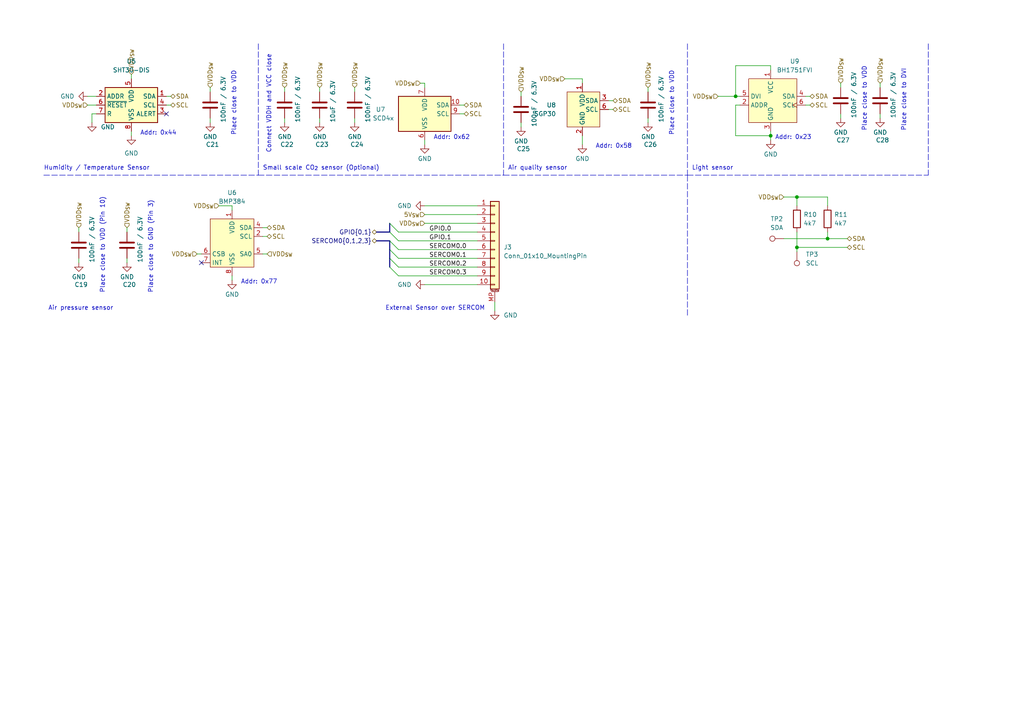
<source format=kicad_sch>
(kicad_sch (version 20210621) (generator eeschema)
  (paper "A4")
  (lib_symbols
    (symbol "Connector:TestPoint" (pin_numbers hide) (pin_names (offset 0.762) hide)
      (property "Reference" "TP" (at 0 6.858 0))
      (property "Value" "TestPoint" (at 0 5.08 0))
      (symbol "TestPoint_0_1"
        (circle (center 0 3.302) (radius 0.762))
      )
      (symbol "TestPoint_1_1"
        (pin passive line (at 0 0 90) (length 2.54) (name "1") (number "1"))
      )
    )
    (symbol "Connector_Generic_MountingPin:Conn_01x10_MountingPin" (pin_names (offset 1.016) hide)
      (property "Reference" "J" (at 0 12.7 0))
      (property "Value" "Conn_01x10_MountingPin" (at 1.27 -15.24 0))
      (symbol "Conn_01x10_MountingPin_1_1"
        (rectangle (start -1.27 -12.573) (end 0 -12.827) (stroke (width 0.1524)))
        (rectangle (start -1.27 -10.033) (end 0 -10.287) (stroke (width 0.1524)))
        (rectangle (start -1.27 -7.493) (end 0 -7.747) (stroke (width 0.1524)))
        (rectangle (start -1.27 -4.953) (end 0 -5.207) (stroke (width 0.1524)))
        (rectangle (start -1.27 -2.413) (end 0 -2.667) (stroke (width 0.1524)))
        (rectangle (start -1.27 0.127) (end 0 -0.127) (stroke (width 0.1524)))
        (rectangle (start -1.27 2.667) (end 0 2.413) (stroke (width 0.1524)))
        (rectangle (start -1.27 5.207) (end 0 4.953) (stroke (width 0.1524)))
        (rectangle (start -1.27 7.747) (end 0 7.493) (stroke (width 0.1524)))
        (rectangle (start -1.27 10.287) (end 0 10.033) (stroke (width 0.1524)))
        (rectangle (start -1.27 11.43) (end 1.27 -13.97) (stroke (width 0.254)) (fill (type background)))
        (polyline (pts (xy -1.016 -14.732) (xy 1.016 -14.732)) (stroke (width 0.1524)))
        (text "Mounting" (at 0 -14.351 0) (effects (font (size 0.381 0.381))))
        (pin passive line (at -5.08 10.16 0) (length 3.81) (name "Pin_1") (number "1"))
        (pin passive line (at -5.08 -12.7 0) (length 3.81) (name "Pin_10") (number "10"))
        (pin passive line (at -5.08 7.62 0) (length 3.81) (name "Pin_2") (number "2"))
        (pin passive line (at -5.08 5.08 0) (length 3.81) (name "Pin_3") (number "3"))
        (pin passive line (at -5.08 2.54 0) (length 3.81) (name "Pin_4") (number "4"))
        (pin passive line (at -5.08 0 0) (length 3.81) (name "Pin_5") (number "5"))
        (pin passive line (at -5.08 -2.54 0) (length 3.81) (name "Pin_6") (number "6"))
        (pin passive line (at -5.08 -5.08 0) (length 3.81) (name "Pin_7") (number "7"))
        (pin passive line (at -5.08 -7.62 0) (length 3.81) (name "Pin_8") (number "8"))
        (pin passive line (at -5.08 -10.16 0) (length 3.81) (name "Pin_9") (number "9"))
        (pin passive line (at 0 -17.78 90) (length 3.048) (name "MountPin") (number "MP"))
      )
    )
    (symbol "Device:C" (pin_numbers hide) (pin_names (offset 0.254))
      (property "Reference" "C" (at 0.635 2.54 0))
      (property "Value" "C" (at 0.635 -2.54 0))
      (symbol "C_0_1"
        (polyline (pts (xy -2.032 -0.762) (xy 2.032 -0.762)) (stroke (width 0.508)))
        (polyline (pts (xy -2.032 0.762) (xy 2.032 0.762)) (stroke (width 0.508)))
      )
      (symbol "C_1_1"
        (pin passive line (at 0 3.81 270) (length 2.794) (name "~") (number "1"))
        (pin passive line (at 0 -3.81 90) (length 2.794) (name "~") (number "2"))
      )
    )
    (symbol "Device:R" (pin_numbers hide) (pin_names (offset 0))
      (property "Reference" "R" (at 2.032 0 90))
      (property "Value" "R" (at 0 0 90))
      (symbol "R_0_1"
        (rectangle (start -1.016 -2.54) (end 1.016 2.54) (stroke (width 0.254)))
      )
      (symbol "R_1_1"
        (pin passive line (at 0 3.81 270) (length 1.27) (name "~") (number "1"))
        (pin passive line (at 0 -3.81 90) (length 1.27) (name "~") (number "2"))
      )
    )
    (symbol "Sensor_Humidity:SHT30-DIS"
      (property "Reference" "U" (at -6.35 6.35 0))
      (property "Value" "SHT30-DIS" (at 6.35 6.35 0))
      (symbol "SHT30-DIS_0_1"
        (rectangle (start -7.62 5.08) (end 7.62 -5.08) (stroke (width 0.254)) (fill (type background)))
      )
      (symbol "SHT30-DIS_1_1"
        (pin bidirectional line (at 10.16 2.54 180) (length 2.54) (name "SDA") (number "1"))
        (pin input line (at -10.16 2.54 0) (length 2.54) (name "ADDR") (number "2"))
        (pin output line (at 10.16 -2.54 180) (length 2.54) (name "ALERT") (number "3"))
        (pin input line (at 10.16 0 180) (length 2.54) (name "SCL") (number "4"))
        (pin power_in line (at 0 7.62 270) (length 2.54) (name "VDD") (number "5"))
        (pin input line (at -10.16 0 0) (length 2.54) (name "~{RESET}") (number "6"))
        (pin passive line (at -10.16 -2.54 0) (length 2.54) (name "R") (number "7"))
        (pin power_in line (at 0 -7.62 90) (length 2.54) (name "VSS") (number "8"))
        (pin passive line (at 0 -7.62 90) (length 2.54) hide (name "VSS") (number "9"))
      )
    )
    (symbol "ownLib:BH1751FVI"
      (property "Reference" "U" (at 0 7.62 0))
      (property "Value" "BH1751FVI" (at 0 10.16 0))
      (symbol "BH1751FVI_0_0"
        (pin power_in line (at 0 8.89 270) (length 2.54) (name "VCC") (number "1"))
        (pin passive line (at -8.89 -1.27 0) (length 2.54) (name "ADDR") (number "2"))
        (pin power_in line (at 0 -8.89 90) (length 2.54) (name "GND") (number "3"))
        (pin bidirectional line (at 10.16 1.27 180) (length 2.54) (name "SDA") (number "4"))
        (pin passive line (at -8.89 1.27 0) (length 2.54) (name "DVI") (number "5"))
        (pin input clock (at 10.16 -1.27 180) (length 2.54) (name "SCL") (number "6"))
      )
      (symbol "BH1751FVI_0_1"
        (rectangle (start -6.35 6.35) (end 7.62 -6.35) (stroke (width 0.1524)) (fill (type background)))
      )
    )
    (symbol "ownLib:BMP384"
      (property "Reference" "U" (at -5.08 8.89 0))
      (property "Value" "BMP384" (at -5.08 -8.89 0))
      (symbol "BMP384_0_1"
        (rectangle (start -6.35 7.62) (end 6.35 -6.35) (stroke (width 0.1524)) (fill (type background)))
      )
      (symbol "BMP384_1_1"
        (pin power_in line (at 0 10.16 270) (length 2.54) (name "VDD") (number "1"))
        (pin passive line (at 0 10.16 270) (length 2.54) hide (name "VDD") (number "10"))
        (pin bidirectional line (at 8.89 2.54 180) (length 2.54) (name "SCL") (number "2"))
        (pin power_in line (at 0 -8.89 90) (length 2.54) hide (name "VSS") (number "3"))
        (pin bidirectional line (at 8.89 5.08 180) (length 2.54) (name "SDA") (number "4"))
        (pin input line (at 8.89 -2.54 180) (length 2.54) (name "SA0") (number "5"))
        (pin passive line (at -8.89 -2.54 0) (length 2.54) (name "CSB") (number "6"))
        (pin bidirectional line (at -8.89 -5.08 0) (length 2.54) (name "INT") (number "7"))
        (pin passive line (at 0 -8.89 90) (length 2.54) (name "VSS") (number "8"))
        (pin passive line (at 0 -8.89 90) (length 2.54) hide (name "VSS") (number "9"))
      )
    )
    (symbol "ownLib:SCD4x"
      (property "Reference" "U" (at -6.35 6.35 0))
      (property "Value" "SCD4x" (at 6.35 6.35 0))
      (symbol "SCD4x_0_1"
        (rectangle (start -7.62 5.08) (end 7.62 -5.08) (stroke (width 0.254)) (fill (type background)))
      )
      (symbol "SCD4x_1_1"
        (pin bidirectional line (at 10.16 2.54 180) (length 2.54) (name "SDA") (number "10"))
        (pin passive line (at 0 7.62 270) (length 2.54) hide (name "VDD") (number "19"))
        (pin passive line (at 0 -7.62 90) (length 2.54) hide (name "VSS") (number "20"))
        (pin passive line (at 0 -7.62 90) (length 2.54) hide (name "VSS") (number "21"))
        (pin power_in line (at 0 -7.62 90) (length 2.54) (name "VSS") (number "6"))
        (pin power_in line (at 0 7.62 270) (length 2.54) (name "VDD") (number "7"))
        (pin input line (at 10.16 0 180) (length 2.54) (name "SCL") (number "9"))
      )
    )
    (symbol "ownLib:SGP30"
      (property "Reference" "U" (at 0 7.62 0))
      (property "Value" "SGP30" (at 0 5.08 0))
      (symbol "SGP30_0_0"
        (pin power_in line (at 0 6.35 270) (length 2.54) (name "VDD") (number "1"))
        (pin power_in line (at 0 -8.89 90) (length 2.54) (name "GND") (number "2"))
        (pin bidirectional line (at 7.62 1.27 180) (length 2.54) (name "SDA") (number "3"))
        (pin passive line (at 0 -8.89 90) (length 2.54) hide (name "R") (number "4"))
        (pin passive line (at 0 6.35 270) (length 2.54) hide (name "VDDH") (number "5"))
        (pin bidirectional line (at 7.62 -1.27 180) (length 2.54) (name "SCL") (number "6"))
        (pin passive line (at 0 -8.89 90) (length 2.54) hide (name "EP") (number "7"))
      )
      (symbol "SGP30_0_1"
        (rectangle (start -4.445 3.81) (end 5.08 -6.35) (stroke (width 0.1524)) (fill (type background)))
      )
    )
    (symbol "power:GND" (power) (pin_names (offset 0))
      (property "Value" "GND" (at 0 -3.81 0))
      (symbol "GND_0_1"
        (polyline (pts (xy 0 0) (xy 0 -1.27) (xy 1.27 -1.27) (xy 0 -2.54) (xy -1.27 -1.27) (xy 0 -1.27)))
      )
      (symbol "GND_1_1"
        (pin power_in line (at 0 0 270) (length 0) hide (name "GND") (number "1"))
      )
    )
  )
  (junction (at 231.14 57.15))
  (junction (at 231.14 71.755))
  (junction (at 223.52 39.37))
  (junction (at 213.36 27.94))
  (junction (at 240.03 69.215))
  (no_connect (at 58.42 76.2))
  (no_connect (at 48.26 33.02))
  (bus_entry (at 113.03 67.31) (size 2.54 2.54))
  (bus_entry (at 113.03 64.77) (size 2.54 2.54))
  (bus_entry (at 113.03 69.85) (size 2.54 2.54))
  (bus_entry (at 113.03 77.47) (size 2.54 2.54))
  (bus_entry (at 113.03 72.39) (size 2.54 2.54))
  (bus_entry (at 113.03 74.93) (size 2.54 2.54))
  (polyline (pts (xy 74.93 12.7) (xy 74.93 50.8)) (stroke (width 0) (type dash)))
  (polyline (pts (xy 12.7 50.8) (xy 74.93 50.8)) (stroke (width 0) (type dash)))
  (wire (pts (xy 67.31 81.28) (xy 67.31 80.01)))
  (wire (pts (xy 231.14 67.31) (xy 231.14 71.755)))
  (wire (pts (xy 231.14 57.15) (xy 231.14 59.69)))
  (wire (pts (xy 227.33 57.15) (xy 231.14 57.15)))
  (wire (pts (xy 151.13 26.67) (xy 151.13 27.94)))
  (wire (pts (xy 38.1 38.1) (xy 38.1 39.37)))
  (wire (pts (xy 92.71 34.29) (xy 92.71 35.56)))
  (wire (pts (xy 48.26 30.48) (xy 49.53 30.48)))
  (wire (pts (xy 76.2 66.04) (xy 77.47 66.04)))
  (wire (pts (xy 243.84 33.02) (xy 243.84 34.29)))
  (wire (pts (xy 143.51 87.63) (xy 143.51 90.17)))
  (wire (pts (xy 163.83 22.86) (xy 168.91 22.86)))
  (wire (pts (xy 231.14 71.755) (xy 231.14 73.025)))
  (wire (pts (xy 57.15 73.66) (xy 58.42 73.66)))
  (wire (pts (xy 213.36 30.48) (xy 213.36 39.37)))
  (wire (pts (xy 213.36 39.37) (xy 223.52 39.37)))
  (wire (pts (xy 255.27 24.13) (xy 255.27 25.4)))
  (wire (pts (xy 208.28 27.94) (xy 213.36 27.94)))
  (wire (pts (xy 213.36 27.94) (xy 214.63 27.94)))
  (wire (pts (xy 133.35 30.48) (xy 134.62 30.48)))
  (wire (pts (xy 82.55 34.29) (xy 82.55 35.56)))
  (wire (pts (xy 168.91 39.37) (xy 168.91 41.91)))
  (wire (pts (xy 240.03 57.15) (xy 231.14 57.15)))
  (wire (pts (xy 240.03 59.69) (xy 240.03 57.15)))
  (wire (pts (xy 60.96 34.29) (xy 60.96 35.56)))
  (wire (pts (xy 26.67 33.02) (xy 26.67 35.56)))
  (wire (pts (xy 25.4 27.94) (xy 27.94 27.94)))
  (polyline (pts (xy 74.93 50.8) (xy 146.05 50.8)))
  (wire (pts (xy 187.96 25.4) (xy 187.96 26.67)))
  (wire (pts (xy 115.57 67.31) (xy 138.43 67.31)))
  (wire (pts (xy 76.2 73.66) (xy 77.47 73.66)))
  (wire (pts (xy 123.19 82.55) (xy 138.43 82.55)))
  (wire (pts (xy 168.91 22.86) (xy 168.91 24.13)))
  (wire (pts (xy 223.52 39.37) (xy 223.52 40.64)))
  (wire (pts (xy 223.52 38.1) (xy 223.52 39.37)))
  (bus (pts (xy 113.03 69.85) (xy 113.03 72.39)))
  (bus (pts (xy 113.03 74.93) (xy 113.03 77.47)))
  (bus (pts (xy 113.03 72.39) (xy 113.03 74.93)))
  (wire (pts (xy 115.57 80.01) (xy 138.43 80.01)))
  (wire (pts (xy 60.96 25.4) (xy 60.96 26.67)))
  (wire (pts (xy 123.19 59.69) (xy 138.43 59.69)))
  (wire (pts (xy 63.5 59.69) (xy 67.31 59.69)))
  (wire (pts (xy 67.31 59.69) (xy 67.31 60.96)))
  (wire (pts (xy 123.19 40.64) (xy 123.19 41.91)))
  (wire (pts (xy 22.86 74.93) (xy 22.86 76.2)))
  (wire (pts (xy 133.35 33.02) (xy 134.62 33.02)))
  (wire (pts (xy 115.57 77.47) (xy 138.43 77.47)))
  (wire (pts (xy 36.83 74.93) (xy 36.83 76.2)))
  (wire (pts (xy 151.13 35.56) (xy 151.13 36.83)))
  (wire (pts (xy 22.86 66.04) (xy 22.86 67.31)))
  (wire (pts (xy 115.57 69.85) (xy 138.43 69.85)))
  (wire (pts (xy 243.84 24.13) (xy 243.84 25.4)))
  (polyline (pts (xy 146.05 12.7) (xy 146.05 50.8)) (stroke (width 0) (type dash)))
  (wire (pts (xy 255.27 33.02) (xy 255.27 34.29)))
  (wire (pts (xy 25.4 30.48) (xy 27.94 30.48)))
  (wire (pts (xy 102.87 34.29) (xy 102.87 35.56)))
  (wire (pts (xy 26.67 33.02) (xy 27.94 33.02)))
  (wire (pts (xy 36.83 66.04) (xy 36.83 67.31)))
  (wire (pts (xy 213.36 27.94) (xy 213.36 19.05)))
  (wire (pts (xy 213.36 19.05) (xy 223.52 19.05)))
  (wire (pts (xy 223.52 19.05) (xy 223.52 20.32)))
  (wire (pts (xy 123.19 24.13) (xy 123.19 25.4)))
  (wire (pts (xy 121.92 24.13) (xy 123.19 24.13)))
  (wire (pts (xy 233.68 27.94) (xy 234.95 27.94)))
  (polyline (pts (xy 199.39 12.7) (xy 199.39 50.8)) (stroke (width 0) (type dash)))
  (polyline (pts (xy 146.05 50.8) (xy 199.39 50.8)) (stroke (width 0) (type dash)))
  (wire (pts (xy 227.33 69.215) (xy 240.03 69.215)))
  (wire (pts (xy 231.14 71.755) (xy 245.745 71.755)))
  (wire (pts (xy 48.26 27.94) (xy 49.53 27.94)))
  (polyline (pts (xy 199.39 91.44) (xy 199.39 50.8)) (stroke (width 0) (type dash)))
  (wire (pts (xy 214.63 30.48) (xy 213.36 30.48)))
  (wire (pts (xy 233.68 30.48) (xy 234.95 30.48)))
  (wire (pts (xy 187.96 34.29) (xy 187.96 35.56)))
  (wire (pts (xy 115.57 74.93) (xy 138.43 74.93)))
  (bus (pts (xy 109.22 69.85) (xy 113.03 69.85)))
  (bus (pts (xy 113.03 64.77) (xy 113.03 67.31)))
  (bus (pts (xy 109.22 67.31) (xy 113.03 67.31)))
  (wire (pts (xy 92.71 25.4) (xy 92.71 26.67)))
  (wire (pts (xy 123.19 62.23) (xy 138.43 62.23)))
  (polyline (pts (xy 199.39 50.8) (xy 269.24 50.8)) (stroke (width 0) (type dash)))
  (polyline (pts (xy 269.24 12.7) (xy 269.24 50.8)) (stroke (width 0) (type dash)))
  (wire (pts (xy 38.1 21.59) (xy 38.1 22.86)))
  (wire (pts (xy 123.19 64.77) (xy 138.43 64.77)))
  (wire (pts (xy 76.2 68.58) (xy 77.47 68.58)))
  (wire (pts (xy 102.87 25.4) (xy 102.87 26.67)))
  (wire (pts (xy 115.57 72.39) (xy 138.43 72.39)))
  (wire (pts (xy 176.53 31.75) (xy 177.8 31.75)))
  (wire (pts (xy 82.55 25.4) (xy 82.55 26.67)))
  (wire (pts (xy 245.745 69.215) (xy 240.03 69.215)))
  (wire (pts (xy 240.03 69.215) (xy 240.03 67.31)))
  (wire (pts (xy 176.53 29.21) (xy 177.8 29.21)))
  (text "Connect VDDH and VCC close" (at 78.74 44.45 90) (effects (font (size 1.27 1.27)) (justify left bottom)))
  (text "Addr: 0x23\n" (at 224.79 40.64 0) (effects (font (size 1.27 1.27)) (justify left bottom)))
  (text "Addr: 0x77" (at 69.85 82.55 0) (effects (font (size 1.27 1.27)) (justify left bottom)))
  (text "Place close to GND (Pin 3)" (at 44.45 85.09 90) (effects (font (size 1.27 1.27)) (justify left bottom)))
  (text "Place close to VDD (Pin 10)" (at 30.48 85.09 90) (effects (font (size 1.27 1.27)) (justify left bottom)))
  (text "External Sensor over SERCOM" (at 111.76 90.17 0) (effects (font (size 1.27 1.27)) (justify left bottom)))
  (text "Place close to VDD" (at 251.46 38.1 90) (effects (font (size 1.27 1.27)) (justify left bottom)))
  (text "Place close to VDD" (at 68.58 39.37 90) (effects (font (size 1.27 1.27)) (justify left bottom)))
  (text "Addr: 0x44" (at 40.64 39.37 0) (effects (font (size 1.27 1.27)) (justify left bottom)))
  (text "Air pressure sensor" (at 13.97 90.17 0) (effects (font (size 1.27 1.27)) (justify left bottom)))
  (text "Place close to VDD" (at 195.58 39.37 90) (effects (font (size 1.27 1.27)) (justify left bottom)))
  (text "Air quality sensor" (at 147.32 49.53 0) (effects (font (size 1.27 1.27)) (justify left bottom)))
  (text "Place close to DVI" (at 262.89 38.1 90) (effects (font (size 1.27 1.27)) (justify left bottom)))
  (text "Addr: 0x58" (at 172.72 43.18 0) (effects (font (size 1.27 1.27)) (justify left bottom)))
  (text "Small scale CO_{2} sensor (Optional)" (at 76.2 49.53 0) (effects (font (size 1.27 1.27)) (justify left bottom)))
  (text "Light sensor" (at 200.66 49.53 0) (effects (font (size 1.27 1.27)) (justify left bottom)))
  (text "Humidity / Temperature Sensor\n" (at 12.7 49.53 0) (effects (font (size 1.27 1.27)) (justify left bottom)))
  (text "Addr: 0x62" (at 125.73 40.64 0) (effects (font (size 1.27 1.27)) (justify left bottom)))
  (label "SERCOM0.2" (at 124.46 77.47 0))
  (label "SERCOM0.1" (at 124.46 74.93 0))
  (label "SERCOM0.3" (at 124.46 80.01 0))
  (label "GPIO.1" (at 124.46 69.85 0))
  (label "GPIO.0" (at 124.46 67.31 0))
  (label "SERCOM0.0" (at 124.46 72.39 0))
  (hierarchical_label "VDD_{SW}" (shape input) (at 243.84 24.13 90))
  (hierarchical_label "VDD_{SW}" (shape input) (at 25.4 30.48 180))
  (hierarchical_label "VDD_{SW}" (shape input) (at 60.96 25.4 90))
  (hierarchical_label "SERCOM0{0,1,2,3}" (shape bidirectional) (at 109.22 69.85 180))
  (hierarchical_label "VDD_{SW}" (shape input) (at 255.27 24.13 90))
  (hierarchical_label "VDD_{SW}" (shape input) (at 36.83 66.04 90))
  (hierarchical_label "VDD_{SW}" (shape input) (at 102.87 25.4 90))
  (hierarchical_label "SDA" (shape bidirectional) (at 177.8 29.21 0))
  (hierarchical_label "VDD_{SW}" (shape input) (at 82.55 25.4 90))
  (hierarchical_label "VDD_{SW}" (shape input) (at 92.71 25.4 90))
  (hierarchical_label "SCL" (shape bidirectional) (at 234.95 30.48 0))
  (hierarchical_label "VDD_{SW}" (shape input) (at 187.96 25.4 90))
  (hierarchical_label "5V_{SW}" (shape input) (at 123.19 62.23 180))
  (hierarchical_label "VDD_{SW}" (shape input) (at 57.15 73.66 180))
  (hierarchical_label "VDD_{SW}" (shape input) (at 77.47 73.66 0))
  (hierarchical_label "SDA" (shape bidirectional) (at 134.62 30.48 0))
  (hierarchical_label "VDD_{SW}" (shape input) (at 63.5 59.69 180))
  (hierarchical_label "SCL" (shape bidirectional) (at 77.47 68.58 0))
  (hierarchical_label "VDD_{SW}" (shape input) (at 227.33 57.15 180))
  (hierarchical_label "SCL" (shape bidirectional) (at 134.62 33.02 0))
  (hierarchical_label "VDD_{SW}" (shape input) (at 38.1 21.59 90))
  (hierarchical_label "VDD_{SW}" (shape input) (at 151.13 26.67 90))
  (hierarchical_label "VDD_{SW}" (shape input) (at 22.86 66.04 90))
  (hierarchical_label "SDA" (shape bidirectional) (at 234.95 27.94 0))
  (hierarchical_label "SCL" (shape bidirectional) (at 49.53 30.48 0))
  (hierarchical_label "SDA" (shape bidirectional) (at 49.53 27.94 0))
  (hierarchical_label "VDD_{SW}" (shape input) (at 163.83 22.86 180))
  (hierarchical_label "SCL" (shape bidirectional) (at 177.8 31.75 0))
  (hierarchical_label "SDA" (shape bidirectional) (at 77.47 66.04 0))
  (hierarchical_label "VDD_{SW}" (shape input) (at 208.28 27.94 180))
  (hierarchical_label "VDD_{SW}" (shape input) (at 123.19 64.77 180))
  (hierarchical_label "SCL" (shape bidirectional) (at 245.745 71.755 0))
  (hierarchical_label "GPIO{0,1}" (shape bidirectional) (at 109.22 67.31 180))
  (hierarchical_label "SDA" (shape bidirectional) (at 245.745 69.215 0))
  (hierarchical_label "VDD_{SW}" (shape input) (at 121.92 24.13 180))
  (symbol (lib_id "ownLib:SGP30") (at 168.91 30.48 0) (unit 1)
    (property "Reference" "U8" (at 161.29 30.4799 0) (effects (justify right)))
    (property "Value" "SGP30" (at 161.29 33.0199 0) (effects (justify right)))
    (property "Footprint" "ownLib:DFN-6-P0.8mm_EP1.25x1.7mm" (effects hide))
    (property "MOUSER_NO" "403-SGP30-2.5K" (effects hide))
  )
  (symbol (lib_id "power:GND") (at 243.84 34.29 0) (unit 1)
    (property "Reference" "#PWR048" (effects hide))
    (property "Value" "GND" (at 241.8095 38.4037 0) (effects (justify left)))
  )
  (symbol (lib_id "ownLib:SCD4x") (at 123.19 33.02 0) (unit 1)
    (property "Reference" "U7" (at 111.76 31.7499 0) (effects (justify right)))
    (property "Value" "SCD4x" (at 114.3 34.2899 0) (effects (justify right)))
    (property "Footprint" "ownLib:SCD4x" (effects hide))
    (property "Datasheet" "https://www.sensirion.com/fileadmin/user_upload/customers/sensirion/Dokumente/9.5_CO2/Sensirion_CO2_Sensors_SCD4x_Datasheet.pdf" (effects hide))
    (property "MOUSER_NO" "DO NOT ORDER" (effects hide))
  )
  (symbol (lib_id "power:GND") (at 123.19 59.69 270) (unit 1)
    (property "Reference" "#PWR041" (effects hide))
    (property "Value" "GND" (at 119.38 59.6899 90) (effects (justify right)))
  )
  (symbol (lib_id "Sensor_Humidity:SHT30-DIS") (at 38.1 30.48 0) (unit 1)
    (property "Reference" "U5" (at 38.1 17.78 0))
    (property "Value" "SHT30-DIS" (at 38.1 20.32 0))
    (property "Footprint" "Sensor_Humidity:Sensirion_DFN-8-1EP_2.5x2.5mm_P0.5mm_EP1.1x1.7mm" (effects hide))
    (property "Datasheet" "https://www.sensirion.com/fileadmin/user_upload/customers/sensirion/Dokumente/2_Humidity_Sensors/Datasheets/Sensirion_Humidity_Sensors_SHT3x_Datasheet_digital.pdf" (effects hide))
    (property "MOUSER_NO" "403-SHT30-DIS-F" (effects hide))
  )
  (symbol (lib_id "Device:C") (at 187.96 30.48 0) (unit 1)
    (property "Reference" "C26" (at 186.69 41.9099 0) (effects (justify left)))
    (property "Value" "100nF / 6.3V" (at 191.77 35.5599 90) (effects (justify left)))
    (property "Footprint" "Capacitor_SMD:C_0402_1005Metric" (effects hide))
    (property "MOUSER_NO" "81-GCJ188R71H104KA2D" (effects hide))
  )
  (symbol (lib_id "power:GND") (at 102.87 35.56 0) (unit 1)
    (property "Reference" "#PWR039" (effects hide))
    (property "Value" "GND" (at 100.8395 39.6737 0) (effects (justify left)))
  )
  (symbol (lib_id "Device:C") (at 60.96 30.48 0) (unit 1)
    (property "Reference" "C21" (at 59.69 41.9099 0) (effects (justify left)))
    (property "Value" "100nF / 6.3V" (at 64.77 35.5599 90) (effects (justify left)))
    (property "Footprint" "Capacitor_SMD:C_0402_1005Metric" (effects hide))
    (property "MOUSER_NO" "81-GCJ188R71H104KA2D" (effects hide))
  )
  (symbol (lib_id "Connector_Generic_MountingPin:Conn_01x10_MountingPin") (at 143.51 69.85 0) (unit 1)
    (property "Reference" "J3" (at 146.05 71.6914 0) (effects (justify left)))
    (property "Value" "Conn_01x10_MountingPin" (at 146.05 74.2314 0) (effects (justify left)))
    (property "Footprint" "Connector_Molex:Molex_PicoBlade_53261-1071_1x10-1MP_P1.25mm_Horizontal" (effects hide))
    (property "MOUSER_NO" "538-53261-1071" (effects hide))
  )
  (symbol (lib_id "power:GND") (at 25.4 27.94 270) (unit 1)
    (property "Reference" "#PWR031" (effects hide))
    (property "Value" "GND" (at 21.59 27.9399 90) (effects (justify right)))
  )
  (symbol (lib_id "Device:R") (at 231.14 63.5 0) (unit 1)
    (property "Reference" "R10" (at 233.045 62.2299 0) (effects (justify left)))
    (property "Value" "4k7" (at 233.045 64.7699 0) (effects (justify left)))
    (property "Footprint" "Resistor_SMD:R_0402_1005Metric" (effects hide))
    (property "MOUSER_NO" "DO NOT ORDER" (effects hide))
  )
  (symbol (lib_id "power:GND") (at 187.96 35.56 0) (unit 1)
    (property "Reference" "#PWR046" (effects hide))
    (property "Value" "GND" (at 185.9295 39.6737 0) (effects (justify left)))
  )
  (symbol (lib_id "power:GND") (at 36.83 76.2 0) (unit 1)
    (property "Reference" "#PWR033" (effects hide))
    (property "Value" "GND" (at 34.7995 80.3137 0) (effects (justify left)))
  )
  (symbol (lib_id "power:GND") (at 151.13 36.83 0) (unit 1)
    (property "Reference" "#PWR044" (effects hide))
    (property "Value" "GND" (at 149.0995 40.9437 0) (effects (justify left)))
  )
  (symbol (lib_id "Device:C") (at 151.13 31.75 0) (unit 1)
    (property "Reference" "C25" (at 149.86 43.1799 0) (effects (justify left)))
    (property "Value" "100nF / 6.3V" (at 154.94 36.8299 90) (effects (justify left)))
    (property "Footprint" "Capacitor_SMD:C_0402_1005Metric" (effects hide))
    (property "MOUSER_NO" "81-GCJ188R71H104KA2D" (effects hide))
  )
  (symbol (lib_id "Connector:TestPoint") (at 231.14 73.025 180) (unit 1)
    (property "Reference" "TP3" (at 233.68 73.7868 0) (effects (justify right)))
    (property "Value" "SCL" (at 233.68 76.3268 0) (effects (justify right)))
    (property "Footprint" "TestPoint:TestPoint_Pad_D1.0mm" (effects hide))
    (property "MOUSER_NO" "DO NOT ORDER" (effects hide))
  )
  (symbol (lib_id "Device:R") (at 240.03 63.5 0) (unit 1)
    (property "Reference" "R11" (at 241.935 62.2299 0) (effects (justify left)))
    (property "Value" "4k7" (at 241.935 64.7699 0) (effects (justify left)))
    (property "Footprint" "Resistor_SMD:R_0402_1005Metric" (effects hide))
    (property "MOUSER_NO" "DO NOT ORDER" (effects hide))
  )
  (symbol (lib_id "Device:C") (at 255.27 29.21 0) (unit 1)
    (property "Reference" "C28" (at 254 40.6399 0) (effects (justify left)))
    (property "Value" "100nF / 6.3V" (at 259.08 34.2899 90) (effects (justify left)))
    (property "Footprint" "Capacitor_SMD:C_0402_1005Metric" (effects hide))
    (property "MOUSER_NO" "81-GCJ188R71H104KA2D" (effects hide))
  )
  (symbol (lib_id "power:GND") (at 168.91 41.91 0) (unit 1)
    (property "Reference" "#PWR045" (effects hide))
    (property "Value" "GND" (at 166.8795 46.0237 0) (effects (justify left)))
  )
  (symbol (lib_id "power:GND") (at 123.19 41.91 0) (unit 1)
    (property "Reference" "#PWR040" (effects hide))
    (property "Value" "GND" (at 121.1595 46.0237 0) (effects (justify left)))
  )
  (symbol (lib_id "Device:C") (at 36.83 71.12 0) (unit 1)
    (property "Reference" "C20" (at 35.56 82.5499 0) (effects (justify left)))
    (property "Value" "100nF / 6.3V" (at 40.64 76.1999 90) (effects (justify left)))
    (property "Footprint" "Capacitor_SMD:C_0402_1005Metric" (effects hide))
    (property "MOUSER_NO" "81-GCJ188R71H104KA2D" (effects hide))
  )
  (symbol (lib_id "power:GND") (at 60.96 35.56 0) (unit 1)
    (property "Reference" "#PWR035" (effects hide))
    (property "Value" "GND" (at 58.9295 39.6737 0) (effects (justify left)))
  )
  (symbol (lib_id "power:GND") (at 123.19 82.55 270) (unit 1)
    (property "Reference" "#PWR042" (effects hide))
    (property "Value" "GND" (at 119.38 82.5499 90) (effects (justify right)))
  )
  (symbol (lib_id "ownLib:BH1751FVI") (at 223.52 29.21 0) (unit 1)
    (property "Reference" "U9" (at 230.505 17.78 0))
    (property "Value" "BH1751FVI" (at 230.505 20.32 0))
    (property "Footprint" "ownLib:WSOF6" (effects hide))
    (property "Datasheet" "https://co.mouser.com/datasheet/2/348/ROHMS34827_1-2561481.pdf" (effects hide))
    (property "MOUSER_NO" "755-BH1751FVI-TR" (effects hide))
  )
  (symbol (lib_id "Device:C") (at 22.86 71.12 0) (unit 1)
    (property "Reference" "C19" (at 21.59 82.5499 0) (effects (justify left)))
    (property "Value" "100nF / 6.3V" (at 26.67 76.1999 90) (effects (justify left)))
    (property "Footprint" "Capacitor_SMD:C_0402_1005Metric" (effects hide))
    (property "MOUSER_NO" "81-GCJ188R71H104KA2D" (effects hide))
  )
  (symbol (lib_id "power:GND") (at 143.51 90.17 0) (unit 1)
    (property "Reference" "#PWR043" (effects hide))
    (property "Value" "GND" (at 146.05 91.4398 0) (effects (justify left)))
  )
  (symbol (lib_id "Device:C") (at 243.84 29.21 0) (unit 1)
    (property "Reference" "C27" (at 242.57 40.6399 0) (effects (justify left)))
    (property "Value" "100nF / 6.3V" (at 247.65 34.2899 90) (effects (justify left)))
    (property "Footprint" "Capacitor_SMD:C_0402_1005Metric" (effects hide))
    (property "MOUSER_NO" "81-GCJ188R71H104KA2D" (effects hide))
  )
  (symbol (lib_id "Connector:TestPoint") (at 227.33 69.215 90) (unit 1)
    (property "Reference" "TP2" (at 225.298 63.5 90))
    (property "Value" "SDA" (at 225.298 66.04 90))
    (property "Footprint" "TestPoint:TestPoint_Pad_D1.0mm" (effects hide))
    (property "MOUSER_NO" "DO NOT ORDER" (effects hide))
  )
  (symbol (lib_id "power:GND") (at 82.55 35.56 0) (unit 1)
    (property "Reference" "#PWR037" (effects hide))
    (property "Value" "GND" (at 80.5195 39.6737 0) (effects (justify left)))
  )
  (symbol (lib_id "power:GND") (at 38.1 39.37 0) (unit 1)
    (property "Reference" "#PWR034" (effects hide))
    (property "Value" "GND" (at 38.1 44.45 0))
  )
  (symbol (lib_id "Device:C") (at 82.55 30.48 0) (unit 1)
    (property "Reference" "C22" (at 81.28 41.9099 0) (effects (justify left)))
    (property "Value" "100nF / 6.3V" (at 86.36 35.5599 90) (effects (justify left)))
    (property "Footprint" "Capacitor_SMD:C_0402_1005Metric" (effects hide))
    (property "MOUSER_NO" "81-GCJ188R71H104KA2D" (effects hide))
  )
  (symbol (lib_id "Device:C") (at 92.71 30.48 0) (unit 1)
    (property "Reference" "C23" (at 91.44 41.9099 0) (effects (justify left)))
    (property "Value" "10uF / 6.3V" (at 96.52 35.5599 90) (effects (justify left)))
    (property "Footprint" "Capacitor_SMD:C_0603_1608Metric" (effects hide))
    (property "MOUSER_NO" "81-GRM188R60J106ME4D" (effects hide))
  )
  (symbol (lib_id "power:GND") (at 223.52 40.64 0) (unit 1)
    (property "Reference" "#PWR047" (effects hide))
    (property "Value" "GND" (at 221.4895 44.7537 0) (effects (justify left)))
  )
  (symbol (lib_id "power:GND") (at 26.67 35.56 0) (unit 1)
    (property "Reference" "#PWR032" (effects hide))
    (property "Value" "GND" (at 29.21 36.8298 0) (effects (justify left)))
  )
  (symbol (lib_id "Device:C") (at 102.87 30.48 0) (unit 1)
    (property "Reference" "C24" (at 101.6 41.9099 0) (effects (justify left)))
    (property "Value" "100nF / 6.3V" (at 106.68 35.5599 90) (effects (justify left)))
    (property "Footprint" "Capacitor_SMD:C_0402_1005Metric" (effects hide))
    (property "MOUSER_NO" "81-GCJ188R71H104KA2D" (effects hide))
  )
  (symbol (lib_id "power:GND") (at 22.86 76.2 0) (unit 1)
    (property "Reference" "#PWR030" (effects hide))
    (property "Value" "GND" (at 20.8295 80.3137 0) (effects (justify left)))
  )
  (symbol (lib_id "power:GND") (at 67.31 81.28 0) (unit 1)
    (property "Reference" "#PWR036" (effects hide))
    (property "Value" "GND" (at 65.2795 85.3937 0) (effects (justify left)))
  )
  (symbol (lib_id "power:GND") (at 92.71 35.56 0) (unit 1)
    (property "Reference" "#PWR038" (effects hide))
    (property "Value" "GND" (at 90.6795 39.6737 0) (effects (justify left)))
  )
  (symbol (lib_id "ownLib:BMP384") (at 67.31 71.12 0) (unit 1)
    (property "Reference" "U6" (at 67.31 55.88 0))
    (property "Value" "BMP384" (at 67.31 58.42 0))
    (property "Footprint" "ownLib:BMP384" (effects hide))
    (property "Datasheet" "https://www.mouser.de/datasheet/2/783/bst_bmp384_ds003-1954011.pdf" (effects hide))
    (property "MOUSER_NO" "262-BMP384" (effects hide))
  )
  (symbol (lib_id "power:GND") (at 255.27 34.29 0) (unit 1)
    (property "Reference" "#PWR049" (effects hide))
    (property "Value" "GND" (at 253.2395 38.4037 0) (effects (justify left)))
  )
)
</source>
